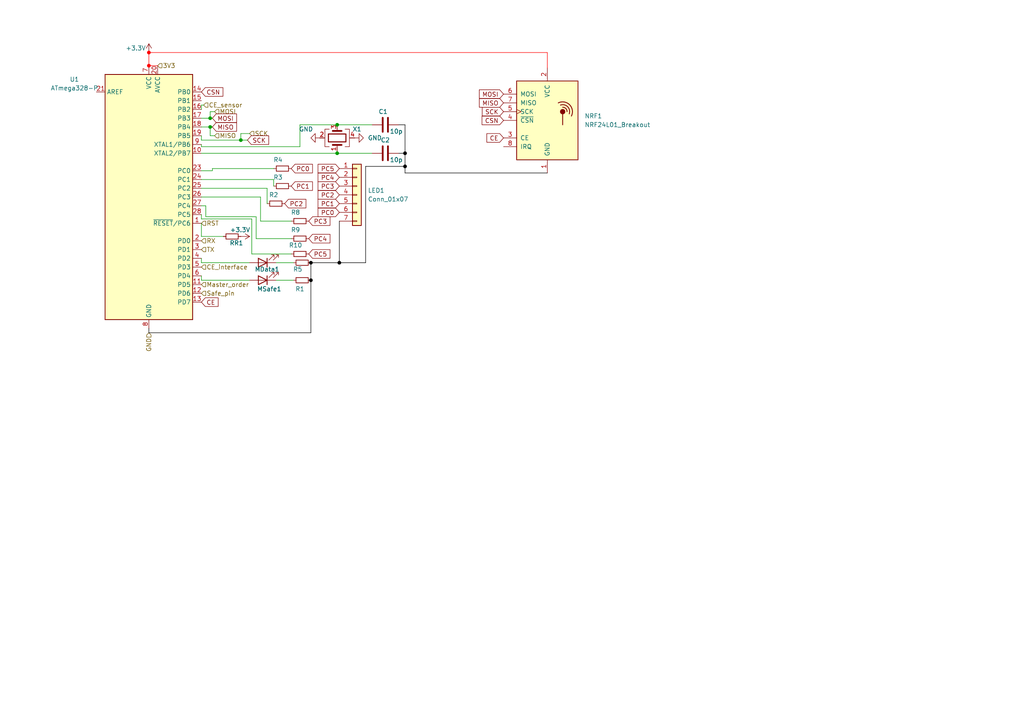
<source format=kicad_sch>
(kicad_sch (version 20230121) (generator eeschema)
  (paper "A4")
  (lib_symbols
    (symbol "Connector_Generic:Conn_01x07" (pin_names (offset 1.016) hide)
      (property "Reference" "J" (at 0 10.16 0))
      (property "Value" "Conn_01x07" (at 0 -10.16 0))
      (symbol "Conn_01x07_1_1"
        (rectangle (start -1.27 -7.493) (end 0 -7.747) (stroke (width 0.1524)))
        (rectangle (start -1.27 -4.953) (end 0 -5.207) (stroke (width 0.1524)))
        (rectangle (start -1.27 -2.413) (end 0 -2.667) (stroke (width 0.1524)))
        (rectangle (start -1.27 0.127) (end 0 -0.127) (stroke (width 0.1524)))
        (rectangle (start -1.27 2.667) (end 0 2.413) (stroke (width 0.1524)))
        (rectangle (start -1.27 5.207) (end 0 4.953) (stroke (width 0.1524)))
        (rectangle (start -1.27 7.747) (end 0 7.493) (stroke (width 0.1524)))
        (rectangle (start -1.27 8.89) (end 1.27 -8.89) (stroke (width 0.254)) (fill (type background)))
        (pin passive line (at -5.08 7.62 0) (length 3.81) (name "Pin_1") (number "1"))
        (pin passive line (at -5.08 5.08 0) (length 3.81) (name "Pin_2") (number "2"))
        (pin passive line (at -5.08 2.54 0) (length 3.81) (name "Pin_3") (number "3"))
        (pin passive line (at -5.08 0 0) (length 3.81) (name "Pin_4") (number "4"))
        (pin passive line (at -5.08 -2.54 0) (length 3.81) (name "Pin_5") (number "5"))
        (pin passive line (at -5.08 -5.08 0) (length 3.81) (name "Pin_6") (number "6"))
        (pin passive line (at -5.08 -7.62 0) (length 3.81) (name "Pin_7") (number "7"))
      )
    )
    (symbol "Device:C" (pin_numbers hide) (pin_names (offset 0.254))
      (property "Reference" "C" (at 0.635 2.54 0))
      (property "Value" "C" (at 0.635 -2.54 0))
      (symbol "C_0_1"
        (polyline (pts (xy -2.032 -0.762) (xy 2.032 -0.762)) (stroke (width 0.508)))
        (polyline (pts (xy -2.032 0.762) (xy 2.032 0.762)) (stroke (width 0.508)))
      )
      (symbol "C_1_1"
        (pin passive line (at 0 3.81 270) (length 2.794) (name "~") (number "1"))
        (pin passive line (at 0 -3.81 90) (length 2.794) (name "~") (number "2"))
      )
    )
    (symbol "Device:Crystal_GND24" (pin_names (offset 1.016) hide)
      (property "Reference" "Y" (at 3.175 5.08 0))
      (property "Value" "Crystal_GND24" (at 3.175 3.175 0))
      (symbol "Crystal_GND24_0_1"
        (rectangle (start -1.143 2.54) (end 1.143 -2.54) (stroke (width 0.3048)))
        (polyline (pts (xy -2.54 0) (xy -2.032 0)))
        (polyline (pts (xy -2.032 -1.27) (xy -2.032 1.27)) (stroke (width 0.508)))
        (polyline (pts (xy 0 -3.81) (xy 0 -3.556)))
        (polyline (pts (xy 0 3.556) (xy 0 3.81)))
        (polyline (pts (xy 2.032 -1.27) (xy 2.032 1.27)) (stroke (width 0.508)))
        (polyline (pts (xy 2.032 0) (xy 2.54 0)))
        (polyline (pts (xy -2.54 -2.286) (xy -2.54 -3.556) (xy 2.54 -3.556) (xy 2.54 -2.286)))
        (polyline (pts (xy -2.54 2.286) (xy -2.54 3.556) (xy 2.54 3.556) (xy 2.54 2.286)))
      )
      (symbol "Crystal_GND24_1_1"
        (pin passive line (at -3.81 0 0) (length 1.27) (name "1") (number "1"))
        (pin passive line (at 0 5.08 270) (length 1.27) (name "2") (number "2"))
        (pin passive line (at 3.81 0 180) (length 1.27) (name "3") (number "3"))
        (pin passive line (at 0 -5.08 90) (length 1.27) (name "4") (number "4"))
      )
    )
    (symbol "Device:LED" (pin_numbers hide) (pin_names (offset 1.016) hide)
      (property "Reference" "D" (at 0 2.54 0))
      (property "Value" "LED" (at 0 -2.54 0))
      (symbol "LED_0_1"
        (polyline (pts (xy -1.27 -1.27) (xy -1.27 1.27)) (stroke (width 0.254)))
        (polyline (pts (xy -1.27 0) (xy 1.27 0)))
        (polyline (pts (xy 1.27 -1.27) (xy 1.27 1.27) (xy -1.27 0) (xy 1.27 -1.27)) (stroke (width 0.254)))
        (polyline (pts (xy -3.048 -0.762) (xy -4.572 -2.286) (xy -3.81 -2.286) (xy -4.572 -2.286) (xy -4.572 -1.524)))
        (polyline (pts (xy -1.778 -0.762) (xy -3.302 -2.286) (xy -2.54 -2.286) (xy -3.302 -2.286) (xy -3.302 -1.524)))
      )
      (symbol "LED_1_1"
        (pin passive line (at -3.81 0 0) (length 2.54) (name "K") (number "1"))
        (pin passive line (at 3.81 0 180) (length 2.54) (name "A") (number "2"))
      )
    )
    (symbol "Device:R_Small" (pin_numbers hide) (pin_names (offset 0.254) hide)
      (property "Reference" "R" (at 0.762 0.508 0))
      (property "Value" "R_Small" (at 0.762 -1.016 0))
      (symbol "R_Small_0_1"
        (rectangle (start -0.762 1.778) (end 0.762 -1.778) (stroke (width 0.2032)))
      )
      (symbol "R_Small_1_1"
        (pin passive line (at 0 2.54 270) (length 0.762) (name "~") (number "1"))
        (pin passive line (at 0 -2.54 90) (length 0.762) (name "~") (number "2"))
      )
    )
    (symbol "MCU_Microchip_ATmega:ATmega328-P"
      (property "Reference" "U" (at -12.7 36.83 0))
      (property "Value" "ATmega328-P" (at 2.54 -36.83 0))
      (symbol "ATmega328-P_0_1"
        (rectangle (start -12.7 -35.56) (end 12.7 35.56) (stroke (width 0.254)) (fill (type background)))
      )
      (symbol "ATmega328-P_1_1"
        (pin bidirectional line (at 15.24 -7.62 180) (length 2.54) (name "~{RESET}/PC6") (number "1"))
        (pin bidirectional line (at 15.24 12.7 180) (length 2.54) (name "XTAL2/PB7") (number "10"))
        (pin bidirectional line (at 15.24 -25.4 180) (length 2.54) (name "PD5") (number "11"))
        (pin bidirectional line (at 15.24 -27.94 180) (length 2.54) (name "PD6") (number "12"))
        (pin bidirectional line (at 15.24 -30.48 180) (length 2.54) (name "PD7") (number "13"))
        (pin bidirectional line (at 15.24 30.48 180) (length 2.54) (name "PB0") (number "14"))
        (pin bidirectional line (at 15.24 27.94 180) (length 2.54) (name "PB1") (number "15"))
        (pin bidirectional line (at 15.24 25.4 180) (length 2.54) (name "PB2") (number "16"))
        (pin bidirectional line (at 15.24 22.86 180) (length 2.54) (name "PB3") (number "17"))
        (pin bidirectional line (at 15.24 20.32 180) (length 2.54) (name "PB4") (number "18"))
        (pin bidirectional line (at 15.24 17.78 180) (length 2.54) (name "PB5") (number "19"))
        (pin bidirectional line (at 15.24 -12.7 180) (length 2.54) (name "PD0") (number "2"))
        (pin power_in line (at 2.54 38.1 270) (length 2.54) (name "AVCC") (number "20"))
        (pin passive line (at -15.24 30.48 0) (length 2.54) (name "AREF") (number "21"))
        (pin passive line (at 0 -38.1 90) (length 2.54) hide (name "GND") (number "22"))
        (pin bidirectional line (at 15.24 7.62 180) (length 2.54) (name "PC0") (number "23"))
        (pin bidirectional line (at 15.24 5.08 180) (length 2.54) (name "PC1") (number "24"))
        (pin bidirectional line (at 15.24 2.54 180) (length 2.54) (name "PC2") (number "25"))
        (pin bidirectional line (at 15.24 0 180) (length 2.54) (name "PC3") (number "26"))
        (pin bidirectional line (at 15.24 -2.54 180) (length 2.54) (name "PC4") (number "27"))
        (pin bidirectional line (at 15.24 -5.08 180) (length 2.54) (name "PC5") (number "28"))
        (pin bidirectional line (at 15.24 -15.24 180) (length 2.54) (name "PD1") (number "3"))
        (pin bidirectional line (at 15.24 -17.78 180) (length 2.54) (name "PD2") (number "4"))
        (pin bidirectional line (at 15.24 -20.32 180) (length 2.54) (name "PD3") (number "5"))
        (pin bidirectional line (at 15.24 -22.86 180) (length 2.54) (name "PD4") (number "6"))
        (pin power_in line (at 0 38.1 270) (length 2.54) (name "VCC") (number "7"))
        (pin power_in line (at 0 -38.1 90) (length 2.54) (name "GND") (number "8"))
        (pin bidirectional line (at 15.24 15.24 180) (length 2.54) (name "XTAL1/PB6") (number "9"))
      )
    )
    (symbol "RF:NRF24L01_Breakout" (pin_names (offset 1.016))
      (property "Reference" "U" (at -8.89 12.7 0))
      (property "Value" "NRF24L01_Breakout" (at 3.81 12.7 0))
      (symbol "NRF24L01_Breakout_0_1"
        (rectangle (start -8.89 11.43) (end 8.89 -11.43) (stroke (width 0.254)) (fill (type background)))
        (polyline (pts (xy 4.445 1.905) (xy 4.445 -1.27)) (stroke (width 0.254)))
        (circle (center 4.445 2.54) (radius 0.635) (stroke (width 0.254)) (fill (type outline)))
        (arc (start 5.715 2.54) (mid 5.3521 3.4546) (end 4.445 3.81) (stroke (width 0.254)))
        (arc (start 6.35 1.905) (mid 5.8763 3.9854) (end 3.81 4.445) (stroke (width 0.254)))
        (arc (start 6.985 1.27) (mid 6.453 4.548) (end 3.175 5.08) (stroke (width 0.254)))
      )
      (symbol "NRF24L01_Breakout_1_1"
        (pin power_in line (at 0 -15.24 90) (length 3.81) (name "GND") (number "1"))
        (pin power_in line (at 0 15.24 270) (length 3.81) (name "VCC") (number "2"))
        (pin input line (at -12.7 -5.08 0) (length 3.81) (name "CE") (number "3"))
        (pin input line (at -12.7 0 0) (length 3.81) (name "~{CSN}") (number "4"))
        (pin input clock (at -12.7 2.54 0) (length 3.81) (name "SCK") (number "5"))
        (pin input line (at -12.7 7.62 0) (length 3.81) (name "MOSI") (number "6"))
        (pin output line (at -12.7 5.08 0) (length 3.81) (name "MISO") (number "7"))
        (pin output line (at -12.7 -7.62 0) (length 3.81) (name "IRQ") (number "8"))
      )
    )
    (symbol "power:+3.3V" (power) (pin_names (offset 0))
      (property "Value" "+3.3V" (at 0 3.556 0))
      (symbol "+3.3V_0_1"
        (polyline (pts (xy -0.762 1.27) (xy 0 2.54)))
        (polyline (pts (xy 0 0) (xy 0 2.54)))
        (polyline (pts (xy 0 2.54) (xy 0.762 1.27)))
      )
      (symbol "+3.3V_1_1"
        (pin power_in line (at 0 0 90) (length 0) hide (name "+3.3V") (number "1"))
      )
    )
    (symbol "power:GND" (power) (pin_names (offset 0))
      (property "Value" "GND" (at 0 -3.81 0))
      (symbol "GND_0_1"
        (polyline (pts (xy 0 0) (xy 0 -1.27) (xy 1.27 -1.27) (xy 0 -2.54) (xy -1.27 -1.27) (xy 0 -1.27)))
      )
      (symbol "GND_1_1"
        (pin power_in line (at 0 0 270) (length 0) hide (name "GND") (number "1"))
      )
    )
  )
  (junction (at 43.18 15.24) (color 255 0 0 1))
  (junction (at 60.96 36.83))
  (junction (at 98.425 76.2) (color 0 0 0 1))
  (junction (at 117.475 48.26) (color 0 0 0 1))
  (junction (at 97.79 36.195))
  (junction (at 90.17 81.28) (color 0 0 0 1))
  (junction (at 60.96 34.29))
  (junction (at 90.17 76.2) (color 0 0 0 1))
  (junction (at 69.85 40.64))
  (junction (at 117.475 44.45) (color 0 0 0 1))
  (junction (at 43.18 19.05) (color 255 0 0 1))
  (junction (at 97.79 44.45))
  (wire (pts (xy 90.17 96.52) (xy 43.18 96.52)) (stroke (width 0) (color 0 0 0 1)))
  (wire (pts (xy 58.42 52.07) (xy 79.375 52.07)))
  (wire (pts (xy 43.18 15.24) (xy 158.75 15.24)) (stroke (width 0) (color 255 0 0 1)))
  (wire (pts (xy 58.42 68.58) (xy 64.77 68.58)))
  (wire (pts (xy 58.42 44.45) (xy 97.79 44.45)))
  (wire (pts (xy 58.42 81.28) (xy 72.39 81.28)))
  (wire (pts (xy 74.295 62.865) (xy 74.295 69.215)))
  (wire (pts (xy 75.565 64.135) (xy 84.455 64.135)))
  (wire (pts (xy 86.995 36.195) (xy 86.995 42.545)))
  (wire (pts (xy 98.425 76.2) (xy 90.17 76.2)) (stroke (width 0) (color 0 0 0 1)))
  (wire (pts (xy 79.375 52.07) (xy 79.375 53.975)))
  (wire (pts (xy 86.995 36.195) (xy 97.79 36.195)))
  (wire (pts (xy 59.69 59.69) (xy 59.69 62.865)))
  (wire (pts (xy 61.595 49.53) (xy 58.42 49.53)))
  (wire (pts (xy 117.475 44.45) (xy 115.57 44.45)) (stroke (width 0) (color 0 0 0 1)))
  (wire (pts (xy 60.96 39.37) (xy 60.96 36.83)))
  (wire (pts (xy 43.18 96.52) (xy 43.18 95.25)) (stroke (width 0) (color 0 0 0 1)))
  (wire (pts (xy 58.42 40.64) (xy 58.42 39.37)))
  (wire (pts (xy 58.42 54.61) (xy 77.47 54.61)))
  (wire (pts (xy 117.475 44.45) (xy 117.475 48.26)) (stroke (width 0) (color 0 0 0 1)))
  (wire (pts (xy 158.75 19.685) (xy 158.75 15.24)) (stroke (width 0) (color 255 0 0 1)))
  (wire (pts (xy 58.42 62.23) (xy 58.42 63.5)))
  (wire (pts (xy 58.42 34.29) (xy 60.96 34.29)))
  (wire (pts (xy 74.295 69.215) (xy 84.455 69.215)))
  (wire (pts (xy 69.85 40.64) (xy 58.42 40.64)))
  (wire (pts (xy 73.025 73.66) (xy 84.455 73.66)))
  (wire (pts (xy 75.565 57.15) (xy 75.565 64.135)))
  (wire (pts (xy 117.475 36.195) (xy 115.57 36.195)) (stroke (width 0) (color 0 0 0 1)))
  (wire (pts (xy 106.045 76.2) (xy 98.425 76.2)) (stroke (width 0) (color 0 0 0 1)))
  (wire (pts (xy 60.96 34.29) (xy 61.595 34.29)))
  (wire (pts (xy 72.39 38.735) (xy 69.85 38.735)))
  (wire (pts (xy 58.42 30.48) (xy 58.42 31.75)))
  (wire (pts (xy 86.995 42.545) (xy 58.42 42.545)))
  (wire (pts (xy 58.42 36.83) (xy 60.96 36.83)))
  (wire (pts (xy 77.47 54.61) (xy 77.47 59.055)))
  (wire (pts (xy 71.755 40.64) (xy 69.85 40.64)))
  (wire (pts (xy 60.96 36.83) (xy 61.595 36.83)))
  (wire (pts (xy 43.18 15.24) (xy 43.18 19.05)) (stroke (width 0) (color 255 0 0 1)))
  (wire (pts (xy 60.96 32.385) (xy 60.96 34.29)))
  (wire (pts (xy 117.475 50.165) (xy 117.475 48.26)) (stroke (width 0) (color 0 0 0 1)))
  (wire (pts (xy 59.69 62.865) (xy 74.295 62.865)))
  (wire (pts (xy 117.475 44.45) (xy 117.475 36.195)) (stroke (width 0) (color 0 0 0 1)))
  (wire (pts (xy 43.18 19.05) (xy 45.72 19.05)) (stroke (width 0) (color 255 0 0 1)))
  (wire (pts (xy 58.42 76.2) (xy 72.39 76.2)))
  (wire (pts (xy 97.79 44.45) (xy 107.95 44.45)))
  (wire (pts (xy 69.85 38.735) (xy 69.85 40.64)))
  (wire (pts (xy 80.01 81.28) (xy 85.09 81.28)))
  (wire (pts (xy 80.01 76.2) (xy 85.09 76.2)))
  (wire (pts (xy 73.025 63.5) (xy 73.025 73.66)))
  (wire (pts (xy 58.42 57.15) (xy 75.565 57.15)))
  (wire (pts (xy 106.045 48.26) (xy 106.045 76.2)) (stroke (width 0) (color 0 0 0 1)))
  (wire (pts (xy 62.23 39.37) (xy 60.96 39.37)))
  (wire (pts (xy 59.055 30.48) (xy 58.42 30.48)))
  (wire (pts (xy 58.42 64.77) (xy 58.42 68.58)))
  (wire (pts (xy 58.42 59.69) (xy 59.69 59.69)))
  (wire (pts (xy 90.17 81.28) (xy 90.17 96.52)) (stroke (width 0) (color 0 0 0 1)))
  (wire (pts (xy 98.425 64.135) (xy 98.425 76.2)) (stroke (width 0) (color 0 0 0 1)))
  (wire (pts (xy 62.23 32.385) (xy 60.96 32.385)))
  (wire (pts (xy 97.79 43.815) (xy 97.79 44.45)))
  (wire (pts (xy 58.42 63.5) (xy 73.025 63.5)))
  (wire (pts (xy 58.42 76.2) (xy 58.42 74.93)))
  (wire (pts (xy 90.17 76.2) (xy 90.17 81.28)) (stroke (width 0) (color 0 0 0 1)))
  (wire (pts (xy 106.045 48.26) (xy 117.475 48.26)) (stroke (width 0) (color 0 0 0 1)))
  (wire (pts (xy 61.595 48.895) (xy 61.595 49.53)))
  (wire (pts (xy 79.375 48.895) (xy 61.595 48.895)))
  (wire (pts (xy 117.475 50.165) (xy 158.75 50.165)) (stroke (width 0) (color 0 0 0 1)))
  (wire (pts (xy 58.42 42.545) (xy 58.42 41.91)))
  (wire (pts (xy 97.79 36.195) (xy 107.95 36.195)))
  (wire (pts (xy 58.42 81.28) (xy 58.42 80.01)))
  (global_label "PC2" (shape input) (at 82.55 59.055 0) (property "Intersheetrefs" "${INTERSHEET_REFS}" (effects hide)))
  (global_label "PC1" (shape input) (at 84.455 53.975 0) (property "Intersheetrefs" "${INTERSHEET_REFS}" (effects hide)))
  (global_label "SCK" (shape input) (at 71.755 40.64 0) (property "Intersheetrefs" "${INTERSHEET_REFS}" (effects hide)))
  (global_label "PC5" (shape input) (at 98.425 48.895 180) (property "Intersheetrefs" "${INTERSHEET_REFS}" (effects hide)))
  (global_label "PC4" (shape input) (at 89.535 69.215 0) (property "Intersheetrefs" "${INTERSHEET_REFS}" (effects hide)))
  (global_label "MISO" (shape input) (at 61.595 36.83 0) (property "Intersheetrefs" "${INTERSHEET_REFS}" (effects hide)))
  (global_label "PC3" (shape input) (at 89.535 64.135 0) (property "Intersheetrefs" "${INTERSHEET_REFS}" (effects hide)))
  (global_label "MOSI" (shape input) (at 146.05 27.305 180) (property "Intersheetrefs" "${INTERSHEET_REFS}" (effects hide)))
  (global_label "PC0" (shape input) (at 98.425 61.595 180) (property "Intersheetrefs" "${INTERSHEET_REFS}" (effects hide)))
  (global_label "CSN" (shape input) (at 146.05 34.925 180) (property "Intersheetrefs" "${INTERSHEET_REFS}" (effects hide)))
  (global_label "PC2" (shape input) (at 98.425 56.515 180) (property "Intersheetrefs" "${INTERSHEET_REFS}" (effects hide)))
  (global_label "MISO" (shape input) (at 146.05 29.845 180) (property "Intersheetrefs" "${INTERSHEET_REFS}" (effects hide)))
  (global_label "CE" (shape input) (at 146.05 40.005 180) (property "Intersheetrefs" "${INTERSHEET_REFS}" (effects hide)))
  (global_label "PC4" (shape input) (at 98.425 51.435 180) (property "Intersheetrefs" "${INTERSHEET_REFS}" (effects hide)))
  (global_label "PC3" (shape input) (at 98.425 53.975 180) (property "Intersheetrefs" "${INTERSHEET_REFS}" (effects hide)))
  (global_label "PC1" (shape input) (at 98.425 59.055 180) (property "Intersheetrefs" "${INTERSHEET_REFS}" (effects hide)))
  (global_label "PC0" (shape input) (at 84.455 48.895 0) (property "Intersheetrefs" "${INTERSHEET_REFS}" (effects hide)))
  (global_label "MOSI" (shape input) (at 61.595 34.29 0) (property "Intersheetrefs" "${INTERSHEET_REFS}" (effects hide)))
  (global_label "SCK" (shape input) (at 146.05 32.385 180) (property "Intersheetrefs" "${INTERSHEET_REFS}" (effects hide)))
  (global_label "CSN" (shape input) (at 58.42 26.67 0) (property "Intersheetrefs" "${INTERSHEET_REFS}" (effects hide)))
  (global_label "CE" (shape input) (at 58.42 87.63 0) (property "Intersheetrefs" "${INTERSHEET_REFS}" (effects hide)))
  (global_label "PC5" (shape input) (at 89.535 73.66 0) (property "Intersheetrefs" "${INTERSHEET_REFS}" (effects hide)))
  (hierarchical_label "MOSI" (shape input) (at 62.23 32.385 0))
  (hierarchical_label "TX" (shape input) (at 58.42 72.39 0))
  (hierarchical_label "Master_order" (shape input) (at 58.42 82.55 0))
  (hierarchical_label "CE_interface" (shape input) (at 58.42 77.47 0))
  (hierarchical_label "3V3" (shape input) (at 45.72 19.05 0))
  (hierarchical_label "SCK" (shape input) (at 72.39 38.735 0))
  (hierarchical_label "CE_sensor" (shape input) (at 59.055 30.48 0))
  (hierarchical_label "MISO" (shape input) (at 62.23 39.37 0))
  (hierarchical_label "Safe_pin" (shape input) (at 58.42 85.09 0))
  (hierarchical_label "RX" (shape input) (at 58.42 69.85 0))
  (hierarchical_label "GND" (shape input) (at 43.18 96.52 270))
  (hierarchical_label "RST" (shape input) (at 58.42 64.77 0))
  (symbol (lib_id "power:GND") (at 102.87 40.005 90) (unit 1)
    (property "Reference" "#PWR060" (effects hide))
    (property "Value" "GND" (at 106.68 40.005 90) (effects (justify right)))
  )
  (symbol (lib_id "power:+3.3V") (at 69.85 68.58 270) (unit 1)
    (property "Reference" "#PWR05" (effects hide))
    (property "Value" "+3.3V" (at 66.675 66.675 90) (effects (justify left)))
  )
  (symbol (lib_id "Device:R_Small") (at 67.31 68.58 90) (unit 1)
    (property "Reference" "RR1" (at 68.58 70.485 90))
    (property "Value" "10k" (effects hide))
    (property "Footprint" "Resistor_SMD:R_0805_2012Metric" (effects hide))
    (property "LCSC" "C17414" (effects hide))
  )
  (symbol (lib_id "power:GND") (at 92.71 40.005 270) (unit 1)
    (property "Reference" "#PWR061" (effects hide))
    (property "Value" "GND" (at 90.805 37.465 90) (effects (justify right)))
  )
  (symbol (lib_id "Connector_Generic:Conn_01x07") (at 103.505 56.515 0) (unit 1)
    (property "Reference" "LED1" (at 106.68 55.245 0) (effects (justify left)))
    (property "Value" "Conn_01x07" (at 106.68 57.785 0) (effects (justify left)))
    (property "Footprint" "Connector_PinSocket_2.54mm:PinSocket_1x07_P2.54mm_Vertical" (effects hide))
  )
  (symbol (lib_id "Device:R_Small") (at 87.63 81.28 90) (unit 1)
    (property "Reference" "R1" (at 86.995 83.82 90))
    (property "Value" "220" (effects hide))
    (property "Footprint" "Resistor_SMD:R_0805_2012Metric" (effects hide))
    (property "LCSC" "C17557" (effects hide))
  )
  (symbol (lib_id "Device:R_Small") (at 87.63 76.2 90) (unit 1)
    (property "Reference" "R5" (at 86.36 78.105 90))
    (property "Value" "220" (effects hide))
    (property "Footprint" "Resistor_SMD:R_0805_2012Metric" (effects hide))
    (property "LCSC" "C17557" (effects hide))
  )
  (symbol (lib_id "Device:R_Small") (at 81.915 53.975 90) (unit 1)
    (property "Reference" "R3" (at 80.645 51.435 90))
    (property "Value" "220" (effects hide))
    (property "Footprint" "Resistor_SMD:R_0805_2012Metric" (effects hide))
    (property "LCSC" "C17557" (effects hide))
  )
  (symbol (lib_id "Device:R_Small") (at 80.01 59.055 90) (unit 1)
    (property "Reference" "R2" (at 79.375 56.515 90))
    (property "Value" "220" (effects hide))
    (property "Footprint" "Resistor_SMD:R_0805_2012Metric" (effects hide))
    (property "LCSC" "C17557" (effects hide))
  )
  (symbol (lib_id "Device:C") (at 111.76 44.45 90) (unit 1)
    (property "Reference" "C2" (at 111.76 40.64 90))
    (property "Value" "10p" (at 114.935 46.355 90))
    (property "Footprint" "Capacitor_SMD:C_0805_2012Metric" (effects hide))
    (property "LCSC" "C157608" (effects hide))
  )
  (symbol (lib_id "RF:NRF24L01_Breakout") (at 158.75 34.925 0) (unit 1) (in_bom no)
    (property "Reference" "NRF1" (at 169.545 33.655 0) (effects (justify left)))
    (property "Value" "NRF24L01_Breakout" (at 169.545 36.195 0) (effects (justify left)))
    (property "Footprint" "RF_Module:nRF24L01_Breakout" (effects hide))
    (property "Datasheet" "http://www.nordicsemi.com/eng/content/download/2730/34105/file/nRF24L01_Product_Specification_v2_0.pdf" (effects hide))
  )
  (symbol (lib_id "Device:LED") (at 76.2 81.28 180) (unit 1)
    (property "Reference" "MSafe1" (at 78.105 83.82 0))
    (property "Value" "LED" (effects hide))
    (property "Footprint" "LED_SMD:LED_0805_2012Metric" (effects hide))
    (property "LCSC" "C2296" (effects hide))
  )
  (symbol (lib_id "Device:R_Small") (at 86.995 73.66 90) (unit 1)
    (property "Reference" "R10" (at 85.725 71.12 90))
    (property "Value" "220" (effects hide))
    (property "Footprint" "Resistor_SMD:R_0805_2012Metric" (effects hide))
    (property "LCSC" "C17557" (effects hide))
  )
  (symbol (lib_id "Device:C") (at 111.76 36.195 270) (unit 1)
    (property "Reference" "C1" (at 111.125 32.385 90))
    (property "Value" "10p" (at 114.935 38.1 90))
    (property "Footprint" "Capacitor_SMD:C_0805_2012Metric" (effects hide))
    (property "LCSC" "C157608" (effects hide))
  )
  (symbol (lib_id "Device:R_Small") (at 81.915 48.895 90) (unit 1)
    (property "Reference" "R4" (at 80.645 46.355 90))
    (property "Value" "220" (effects hide))
    (property "Footprint" "Resistor_SMD:R_0805_2012Metric" (effects hide))
    (property "LCSC" "C17557" (effects hide))
  )
  (symbol (lib_id "Device:R_Small") (at 86.995 64.135 90) (unit 1)
    (property "Reference" "R8" (at 85.725 61.595 90))
    (property "Value" "220" (effects hide))
    (property "Footprint" "Resistor_SMD:R_0805_2012Metric" (effects hide))
    (property "LCSC" "C17557" (effects hide))
  )
  (symbol (lib_id "Device:LED") (at 76.2 76.2 180) (unit 1)
    (property "Reference" "MData1" (at 77.47 78.105 0))
    (property "Value" "LED" (effects hide))
    (property "Footprint" "LED_SMD:LED_0805_2012Metric" (effects hide))
    (property "LCSC" "C2297" (effects hide))
  )
  (symbol (lib_id "power:+3.3V") (at 43.18 15.24 0) (unit 1)
    (property "Reference" "#PWR06" (effects hide))
    (property "Value" "+3.3V" (at 39.37 13.97 0))
  )
  (symbol (lib_id "Device:R_Small") (at 86.995 69.215 90) (unit 1)
    (property "Reference" "R9" (at 85.725 66.675 90))
    (property "Value" "220" (effects hide))
    (property "Footprint" "Resistor_SMD:R_0805_2012Metric" (effects hide))
    (property "LCSC" "C17557" (effects hide))
  )
  (symbol (lib_id "Device:Crystal_GND24") (at 97.79 40.005 90) (unit 1)
    (property "Reference" "X1" (at 102.235 37.465 90) (effects (justify right)))
    (property "Value" "16Mhz" (effects hide))
    (property "Footprint" "Crystal:Crystal_SMD_3225-4Pin_3.2x2.5mm" (effects hide))
    (property "LCSC" "C13738" (effects hide))
  )
  (symbol (lib_id "MCU_Microchip_ATmega:ATmega328-P") (at 43.18 57.15 0) (unit 1) (in_bom no)
    (property "Reference" "U1" (at 21.59 23.0221 0))
    (property "Value" "ATmega328-P" (at 21.59 25.5621 0))
    (property "Footprint" "Package_DIP:DIP-28_W7.62mm" (effects hide))
    (property "Datasheet" "http://ww1.microchip.com/downloads/en/DeviceDoc/ATmega328_P%20AVR%20MCU%20with%20picoPower%20Technology%20Data%20Sheet%2040001984A.pdf" (effects hide))
  )
)
</source>
